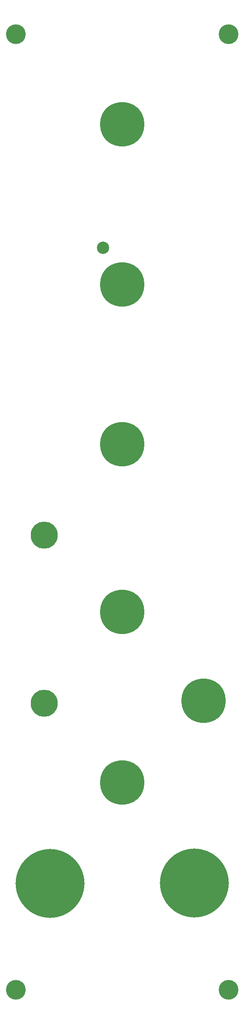
<source format=gbr>
%TF.GenerationSoftware,KiCad,Pcbnew,(5.1.12-1-10_14)*%
%TF.CreationDate,2021-12-12T18:06:01+01:00*%
%TF.ProjectId,sub_destroyer_panel,7375625f-6465-4737-9472-6f7965725f70,rev?*%
%TF.SameCoordinates,Original*%
%TF.FileFunction,Soldermask,Top*%
%TF.FilePolarity,Negative*%
%FSLAX46Y46*%
G04 Gerber Fmt 4.6, Leading zero omitted, Abs format (unit mm)*
G04 Created by KiCad (PCBNEW (5.1.12-1-10_14)) date 2021-12-12 18:06:01*
%MOMM*%
%LPD*%
G01*
G04 APERTURE LIST*
%ADD10C,4.000000*%
%ADD11C,2.500000*%
%ADD12C,9.000000*%
%ADD13C,5.500000*%
%ADD14C,14.000000*%
G04 APERTURE END LIST*
D10*
%TO.C,REF\u002A\u002A*%
X254100000Y-203000000D03*
X254100000Y-9000000D03*
%TD*%
%TO.C,REF\u002A\u002A*%
X210900000Y-203000000D03*
X210900000Y-9000000D03*
%TD*%
D11*
%TO.C,REF\u002A\u002A*%
X228600000Y-52400000D03*
%TD*%
D12*
%TO.C,REF\u002A\u002A*%
X232500000Y-27300000D03*
%TD*%
%TO.C,REF\u002A\u002A*%
X232500000Y-59800000D03*
%TD*%
%TO.C,REF\u002A\u002A*%
X232500000Y-92300000D03*
%TD*%
%TO.C,REF\u002A\u002A*%
X232500000Y-126300000D03*
%TD*%
%TO.C,REF\u002A\u002A*%
X232500000Y-160900000D03*
%TD*%
%TO.C,REF\u002A\u002A*%
X249000000Y-144300000D03*
%TD*%
D13*
%TO.C,REF\u002A\u002A*%
X216700000Y-110700000D03*
%TD*%
%TO.C,REF\u002A\u002A*%
X216700000Y-144800000D03*
%TD*%
D14*
%TO.C,REF\u002A\u002A*%
X217900000Y-181400000D03*
%TD*%
%TO.C,REF\u002A\u002A*%
X247200000Y-181300000D03*
%TD*%
M02*

</source>
